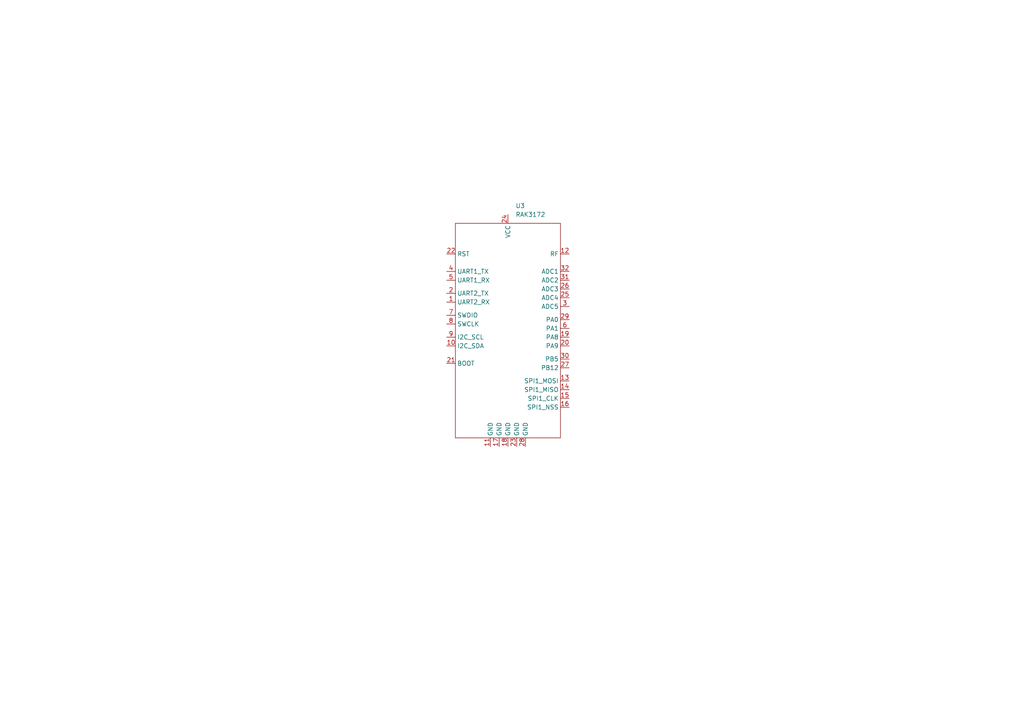
<source format=kicad_sch>
(kicad_sch (version 20231120) (generator "eeschema") (generator_version "8.0")
  (paper "A4")
  (lib_symbols
    (symbol "RAK3172:RAK3172"
      (property "Reference" "U" (at 15.748 -25.146 0))
      (property "Value" "RAK3172" (at 16.002 -28.702 0))
      (symbol "RAK3172_0_1"
        (rectangle (start 0 0) (end 30.48 -62.23))
      )
      (symbol "RAK3172_1_1"
        (pin input line (at -2.54 -22.86 0) (length 2.54) (name "UART2_RX") (number "1"))
        (pin bidirectional line (at -2.54 -35.56 0) (length 2.54) (name "I2C_SDA") (number "10"))
        (pin power_in line (at 10.16 -64.77 90) (length 2.54) (name "GND") (number "11"))
        (pin input line (at 33.02 -8.89 180) (length 2.54) (name "RF") (number "12"))
        (pin output line (at 33.02 -45.72 180) (length 2.54) (name "SPI1_MOSI") (number "13"))
        (pin input line (at 33.02 -48.26 180) (length 2.54) (name "SPI1_MISO") (number "14"))
        (pin input line (at 33.02 -50.8 180) (length 2.54) (name "SPI1_CLK") (number "15"))
        (pin input line (at 33.02 -53.34 180) (length 2.54) (name "SPI1_NSS") (number "16"))
        (pin power_in line (at 12.7 -64.77 90) (length 2.54) (name "GND") (number "17"))
        (pin power_in line (at 15.24 -64.77 90) (length 2.54) (name "GND") (number "18"))
        (pin bidirectional line (at 33.02 -33.02 180) (length 2.54) (name "PA8") (number "19"))
        (pin output line (at -2.54 -20.32 0) (length 2.54) (name "UART2_TX") (number "2"))
        (pin bidirectional line (at 33.02 -35.56 180) (length 2.54) (name "PA9") (number "20"))
        (pin input line (at -2.54 -40.64 0) (length 2.54) (name "BOOT") (number "21"))
        (pin input line (at -2.54 -8.89 0) (length 2.54) (name "RST") (number "22"))
        (pin power_in line (at 17.78 -64.77 90) (length 2.54) (name "GND") (number "23"))
        (pin power_in line (at 15.24 2.54 270) (length 2.54) (name "VCC") (number "24"))
        (pin bidirectional line (at 33.02 -21.59 180) (length 2.54) (name "ADC4") (number "25"))
        (pin bidirectional line (at 33.02 -19.05 180) (length 2.54) (name "ADC3") (number "26"))
        (pin bidirectional line (at 33.02 -41.91 180) (length 2.54) (name "PB12") (number "27"))
        (pin power_in line (at 20.32 -64.77 90) (length 2.54) (name "GND") (number "28"))
        (pin bidirectional line (at 33.02 -27.94 180) (length 2.54) (name "PA0") (number "29"))
        (pin bidirectional line (at 33.02 -24.13 180) (length 2.54) (name "ADC5") (number "3"))
        (pin bidirectional line (at 33.02 -39.37 180) (length 2.54) (name "PB5") (number "30"))
        (pin bidirectional line (at 33.02 -16.51 180) (length 2.54) (name "ADC2") (number "31"))
        (pin bidirectional line (at 33.02 -13.97 180) (length 2.54) (name "ADC1") (number "32"))
        (pin output line (at -2.54 -13.97 0) (length 2.54) (name "UART1_TX") (number "4"))
        (pin input line (at -2.54 -16.51 0) (length 2.54) (name "UART1_RX") (number "5"))
        (pin bidirectional line (at 33.02 -30.48 180) (length 2.54) (name "PA1") (number "6"))
        (pin input line (at -2.54 -26.67 0) (length 2.54) (name "SWDIO") (number "7"))
        (pin input line (at -2.54 -29.21 0) (length 2.54) (name "SWCLK") (number "8"))
        (pin bidirectional line (at -2.54 -33.02 0) (length 2.54) (name "I2C_SCL") (number "9"))
      )
    )
  )
  (symbol (lib_id "RAK3172:RAK3172") (at 132.08 64.77 0) (unit 1)
    (property "Reference" "U3" (at 149.5141 59.69 0) (effects (justify left)))
    (property "Value" "RAK3172" (at 149.5141 62.23 0) (effects (justify left)))
  )
)
</source>
